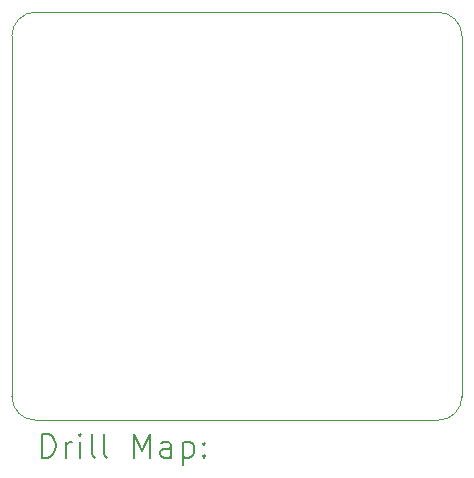
<source format=gbr>
%TF.GenerationSoftware,KiCad,Pcbnew,8.0.2*%
%TF.CreationDate,2024-06-16T16:48:02+02:00*%
%TF.ProjectId,Discharge Controller,44697363-6861-4726-9765-20436f6e7472,rev?*%
%TF.SameCoordinates,Original*%
%TF.FileFunction,Drillmap*%
%TF.FilePolarity,Positive*%
%FSLAX45Y45*%
G04 Gerber Fmt 4.5, Leading zero omitted, Abs format (unit mm)*
G04 Created by KiCad (PCBNEW 8.0.2) date 2024-06-16 16:48:02*
%MOMM*%
%LPD*%
G01*
G04 APERTURE LIST*
%ADD10C,0.100000*%
%ADD11C,0.200000*%
G04 APERTURE END LIST*
D10*
X14986000Y-8334400D02*
X14986000Y-5280000D01*
X18796000Y-8334400D02*
G75*
G02*
X18596000Y-8534400I-200000J0D01*
G01*
X14986000Y-5280000D02*
G75*
G02*
X15186000Y-5080000I200000J0D01*
G01*
X15186000Y-8534400D02*
G75*
G02*
X14986000Y-8334400I0J200000D01*
G01*
X18596000Y-8534400D02*
X15186000Y-8534400D01*
X18596000Y-5080000D02*
G75*
G02*
X18796000Y-5280000I0J-200000D01*
G01*
X15186000Y-5080000D02*
X18596000Y-5080000D01*
X18796000Y-5280000D02*
X18796000Y-8334400D01*
D11*
X15241777Y-8850884D02*
X15241777Y-8650884D01*
X15241777Y-8650884D02*
X15289396Y-8650884D01*
X15289396Y-8650884D02*
X15317967Y-8660408D01*
X15317967Y-8660408D02*
X15337015Y-8679455D01*
X15337015Y-8679455D02*
X15346539Y-8698503D01*
X15346539Y-8698503D02*
X15356062Y-8736598D01*
X15356062Y-8736598D02*
X15356062Y-8765170D01*
X15356062Y-8765170D02*
X15346539Y-8803265D01*
X15346539Y-8803265D02*
X15337015Y-8822312D01*
X15337015Y-8822312D02*
X15317967Y-8841360D01*
X15317967Y-8841360D02*
X15289396Y-8850884D01*
X15289396Y-8850884D02*
X15241777Y-8850884D01*
X15441777Y-8850884D02*
X15441777Y-8717550D01*
X15441777Y-8755646D02*
X15451301Y-8736598D01*
X15451301Y-8736598D02*
X15460824Y-8727074D01*
X15460824Y-8727074D02*
X15479872Y-8717550D01*
X15479872Y-8717550D02*
X15498920Y-8717550D01*
X15565586Y-8850884D02*
X15565586Y-8717550D01*
X15565586Y-8650884D02*
X15556062Y-8660408D01*
X15556062Y-8660408D02*
X15565586Y-8669931D01*
X15565586Y-8669931D02*
X15575110Y-8660408D01*
X15575110Y-8660408D02*
X15565586Y-8650884D01*
X15565586Y-8650884D02*
X15565586Y-8669931D01*
X15689396Y-8850884D02*
X15670348Y-8841360D01*
X15670348Y-8841360D02*
X15660824Y-8822312D01*
X15660824Y-8822312D02*
X15660824Y-8650884D01*
X15794158Y-8850884D02*
X15775110Y-8841360D01*
X15775110Y-8841360D02*
X15765586Y-8822312D01*
X15765586Y-8822312D02*
X15765586Y-8650884D01*
X16022729Y-8850884D02*
X16022729Y-8650884D01*
X16022729Y-8650884D02*
X16089396Y-8793741D01*
X16089396Y-8793741D02*
X16156062Y-8650884D01*
X16156062Y-8650884D02*
X16156062Y-8850884D01*
X16337015Y-8850884D02*
X16337015Y-8746122D01*
X16337015Y-8746122D02*
X16327491Y-8727074D01*
X16327491Y-8727074D02*
X16308443Y-8717550D01*
X16308443Y-8717550D02*
X16270348Y-8717550D01*
X16270348Y-8717550D02*
X16251301Y-8727074D01*
X16337015Y-8841360D02*
X16317967Y-8850884D01*
X16317967Y-8850884D02*
X16270348Y-8850884D01*
X16270348Y-8850884D02*
X16251301Y-8841360D01*
X16251301Y-8841360D02*
X16241777Y-8822312D01*
X16241777Y-8822312D02*
X16241777Y-8803265D01*
X16241777Y-8803265D02*
X16251301Y-8784217D01*
X16251301Y-8784217D02*
X16270348Y-8774693D01*
X16270348Y-8774693D02*
X16317967Y-8774693D01*
X16317967Y-8774693D02*
X16337015Y-8765170D01*
X16432253Y-8717550D02*
X16432253Y-8917550D01*
X16432253Y-8727074D02*
X16451301Y-8717550D01*
X16451301Y-8717550D02*
X16489396Y-8717550D01*
X16489396Y-8717550D02*
X16508443Y-8727074D01*
X16508443Y-8727074D02*
X16517967Y-8736598D01*
X16517967Y-8736598D02*
X16527491Y-8755646D01*
X16527491Y-8755646D02*
X16527491Y-8812789D01*
X16527491Y-8812789D02*
X16517967Y-8831836D01*
X16517967Y-8831836D02*
X16508443Y-8841360D01*
X16508443Y-8841360D02*
X16489396Y-8850884D01*
X16489396Y-8850884D02*
X16451301Y-8850884D01*
X16451301Y-8850884D02*
X16432253Y-8841360D01*
X16613205Y-8831836D02*
X16622729Y-8841360D01*
X16622729Y-8841360D02*
X16613205Y-8850884D01*
X16613205Y-8850884D02*
X16603682Y-8841360D01*
X16603682Y-8841360D02*
X16613205Y-8831836D01*
X16613205Y-8831836D02*
X16613205Y-8850884D01*
X16613205Y-8727074D02*
X16622729Y-8736598D01*
X16622729Y-8736598D02*
X16613205Y-8746122D01*
X16613205Y-8746122D02*
X16603682Y-8736598D01*
X16603682Y-8736598D02*
X16613205Y-8727074D01*
X16613205Y-8727074D02*
X16613205Y-8746122D01*
M02*

</source>
